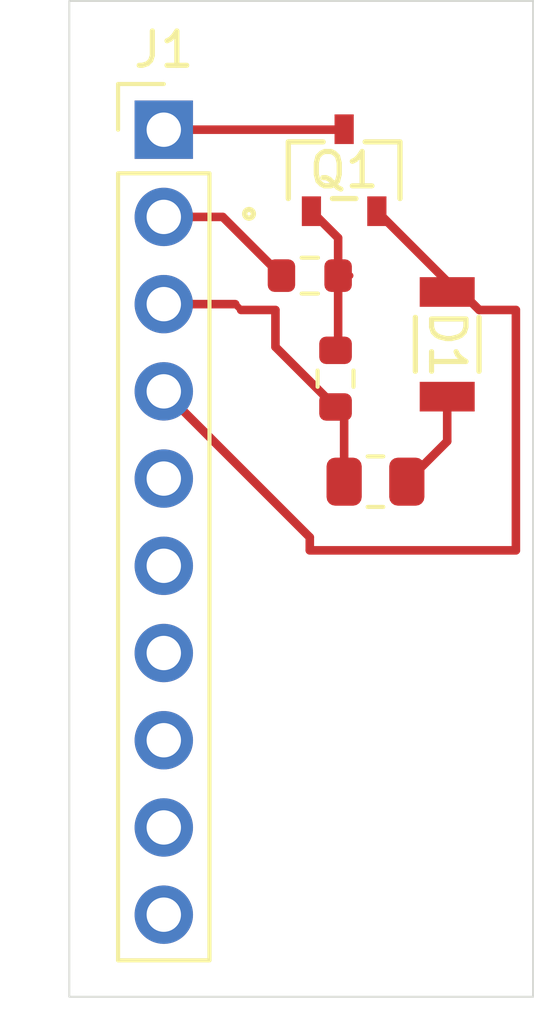
<source format=kicad_pcb>
(kicad_pcb (version 20240108) (generator "pcbnew") (generator_version "8.0")
  (layers (0 "F.Cu" signal) (31 "B.Cu" signal) (34 "B.Paste" user) (35 "F.Paste" user) (36 "B.SilkS" user "B.Silkscreen") (37 "F.SilkS" user "F.Silkscreen") (38 "B.Mask" user) (39 "F.Mask" user) (44 "Edge.Cuts" user))
  (net 0 "")
  (net 7 "5v+")
  (net 8 "VCU-Throttle-Latching")
  (net 9 "From-Safety-Loop")
  (net 10 "GND")
  (net 11 "From-Safety-Loop-2")
  (net 12 "uuhh")
  (footprint "Connector_PinHeader_2.54mm:PinHeader_1x10_P2.54mm_Vertical" (layer "F.Cu") (at 26.75 21.75)
    (property "Reference" "J1" (at 0 -2.33 0) (layer "F.SilkS"))
    (property "Value" "PH1-10-UA")
    (fp_line (start -1.33 -1.33) (end 0 -1.33) (stroke (width 0.12)) (layer "F.SilkS"))
    (fp_line (start -1.33 0) (end -1.33 -1.33) (stroke (width 0.12)) (layer "F.SilkS"))
    (fp_line (start -1.33 1.27) (end -1.33 24.19) (stroke (width 0.12)) (layer "F.SilkS"))
    (fp_line (start -1.33 1.27) (end 1.33 1.27) (stroke (width 0.12)) (layer "F.SilkS"))
    (fp_line (start -1.33 24.19) (end 1.33 24.19) (stroke (width 0.12)) (layer "F.SilkS"))
    (fp_line (start 1.33 1.27) (end 1.33 24.19) (stroke (width 0.12)) (layer "F.SilkS"))
    (pad "1" thru_hole rect (at 0 0) (size 1.7 1.7) (drill 1) (layers "*.Cu" "*.Mask") (net 7 "5v+"))
    (pad "2" thru_hole oval (at 0 2.54) (size 1.7 1.7) (drill 1) (layers "*.Cu" "*.Mask") (net 9 "From-Safety-Loop"))
    (pad "3" thru_hole oval (at 0 5.08) (size 1.7 1.7) (drill 1) (layers "*.Cu" "*.Mask") (net 10 "GND"))
    (pad "4" thru_hole oval (at 0 7.62) (size 1.7 1.7) (drill 1) (layers "*.Cu" "*.Mask") (net 8 "VCU-Throttle-Latching"))
    (pad "5" thru_hole oval (at 0 10.16) (size 1.7 1.7) (drill 1) (layers "*.Cu" "*.Mask"))
    (pad "6" thru_hole oval (at 0 12.7) (size 1.7 1.7) (drill 1) (layers "*.Cu" "*.Mask"))
    (pad "7" thru_hole oval (at 0 15.24) (size 1.7 1.7) (drill 1) (layers "*.Cu" "*.Mask"))
    (pad "8" thru_hole oval (at 0 17.78) (size 1.7 1.7) (drill 1) (layers "*.Cu" "*.Mask"))
    (pad "9" thru_hole oval (at 0 20.32) (size 1.7 1.7) (drill 1) (layers "*.Cu" "*.Mask"))
    (pad "10" thru_hole oval (at 0 22.86) (size 1.7 1.7) (drill 1) (layers "*.Cu" "*.Mask"))
  )
  (footprint "Resistor_SMD:R_0603_1608Metric" (layer "F.Cu") (at 31 26)
    (property "Reference" "R2" (hide yes))
    (property "Value" "10k")
    (fp_line (start -0.237258 -0.5225) (end 0.237258 -0.5225) (stroke (width 0.12)) (layer "F.SilkS"))
    (fp_line (start -0.237258 0.5225) (end 0.237258 0.5225) (stroke (width 0.12)) (layer "F.SilkS"))
    (pad "1" smd roundrect (at -0.825 0) (size 0.8 0.95) (layers "F.Cu" "F.Paste" "F.Mask") (net 9 "From-Safety-Loop"))
    (pad "2" smd roundrect (at 0.825 0) (size 0.8 0.95) (layers "F.Cu" "F.Paste" "F.Mask") (net 11 "From-Safety-Loop-2"))
  )
  (footprint "LED:LED_AP3216SYD_KNB" (layer "F.Cu") (at 35 28 -90)
    (property "Reference" "D1" (at 0 0 -90) (layer "F.SilkS"))
    (property "Value" "LED (Test)")
    (fp_line (start -0.78465 0.9271) (end 0.78465 0.9271) (stroke (width 0.1524)) (layer "F.SilkS"))
    (fp_line (start 0.78465 -0.9271) (end -0.78465 -0.9271) (stroke (width 0.1524)) (layer "F.SilkS"))
    (pad "1" smd rect (at -1.524 0 270) (size 0.8636 1.6002) (layers "F.Cu" "F.Paste" "F.Mask") (net 8 "VCU-Throttle-Latching"))
    (pad "2" smd rect (at 1.524 0 270) (size 0.8636 1.6002) (layers "F.Cu" "F.Paste" "F.Mask") (net 12 "uuhh"))
  )
  (footprint "Resistor_SMD:R_0805_2012Metric" (layer "F.Cu") (at 32.9125 32)
    (property "Reference" "R1" (hide yes))
    (property "Value" "150R")
    (fp_line (start -0.227064 -0.735) (end 0.227064 -0.735) (stroke (width 0.12)) (layer "F.SilkS"))
    (fp_line (start -0.227064 0.735) (end 0.227064 0.735) (stroke (width 0.12)) (layer "F.SilkS"))
    (pad "1" smd roundrect (at -0.9125 0) (size 1.025 1.4) (layers "F.Cu" "F.Paste" "F.Mask") (roundrect_rratio 0.243902) (net 10 "GND"))
    (pad "2" smd roundrect (at 0.9125 0) (size 1.025 1.4) (layers "F.Cu" "F.Paste" "F.Mask") (roundrect_rratio 0.243902) (net 12 "uuhh"))
  )
  (footprint "SOC:SOT23_INF" (layer "F.Cu") (at 32 22.93)
    (property "Reference" "Q1" (at 0 0 0) (layer "F.SilkS"))
    (property "Value" "AON6411")
    (fp_line (start -1.6256 -0.8255) (end -1.6256 0.8255) (stroke (width 0.1524)) (layer "F.SilkS"))
    (fp_line (start -0.61214 -0.8255) (end -1.6256 -0.8255) (stroke (width 0.1524)) (layer "F.SilkS"))
    (fp_line (start -0.34036 0.8255) (end 0.34036 0.8255) (stroke (width 0.1524)) (layer "F.SilkS"))
    (fp_line (start 1.6256 -0.8255) (end 0.61214 -0.8255) (stroke (width 0.1524)) (layer "F.SilkS"))
    (fp_line (start 1.6256 0.8255) (end 1.6256 -0.8255) (stroke (width 0.1524)) (layer "F.SilkS"))
    (fp_circle (center -2.7686 1.27) (end -2.6416 1.27) (stroke (width 0.1524)) (fill none) (layer "F.SilkS"))
    (pad "1" smd rect (at -0.9525 1.1938) (size 0.5588 0.8636) (layers "F.Cu" "F.Paste" "F.Mask") (net 11 "From-Safety-Loop-2"))
    (pad "2" smd rect (at 0.9525 1.1938) (size 0.5588 0.8636) (layers "F.Cu" "F.Paste" "F.Mask") (net 8 "VCU-Throttle-Latching"))
    (pad "3" smd rect (at 0 -1.1938) (size 0.5588 0.8636) (layers "F.Cu" "F.Paste" "F.Mask") (net 7 "5v+"))
  )
  (footprint "Resistor_SMD:R_0603_1608Metric" (layer "F.Cu") (at 31.75 29 90)
    (property "Reference" "R3" (hide yes))
    (property "Value" "10k")
    (fp_line (start -0.237258 -0.5225) (end 0.237258 -0.5225) (stroke (width 0.12)) (layer "F.SilkS"))
    (fp_line (start -0.237258 0.5225) (end 0.237258 0.5225) (stroke (width 0.12)) (layer "F.SilkS"))
    (pad "1" smd roundrect (at -0.825 0 90) (size 0.8 0.95) (layers "F.Cu" "F.Paste" "F.Mask") (net 10 "GND"))
    (pad "2" smd roundrect (at 0.825 0 90) (size 0.8 0.95) (layers "F.Cu" "F.Paste" "F.Mask") (net 11 "From-Safety-Loop-2"))
  )
  (gr_rect (start 24 18) (end 37.5 47) (stroke (width 0.054)) (fill none) (layer "Edge.Cuts"))
  (segment (start 31.9862 21.75) (end 32 21.7362) (width 0.2) (layer "F.Cu") (net 7))
  (segment (start 26.7638 21.7362) (end 26.75 21.75) (width 0.2) (layer "F.Cu") (net 7))
  (segment (start 26.75 21.75) (end 31.9862 21.75) (width 0.25) (layer "F.Cu") (net 7))
  (segment (start 31 33.62) (end 26.75 29.37) (width 0.25) (layer "F.Cu") (net 8))
  (segment (start 35 26.476) (end 35.408122 26.476) (width 0.2) (layer "F.Cu") (net 8))
  (segment (start 31 34) (end 31 33.62) (width 0.25) (layer "F.Cu") (net 8))
  (segment (start 32.9525 24.1238) (end 35 26.1713) (width 0.25) (layer "F.Cu") (net 8))
  (segment (start 35.408122 26.476) (end 35.932122 27) (width 0.25) (layer "F.Cu") (net 8))
  (segment (start 35 26.1713) (end 35 26.476) (width 0.2) (layer "F.Cu") (net 8))
  (segment (start 37 27) (end 37 34) (width 0.25) (layer "F.Cu") (net 8))
  (segment (start 37 34) (end 31 34) (width 0.25) (layer "F.Cu") (net 8))
  (segment (start 35.932122 27) (end 37 27) (width 0.25) (layer "F.Cu") (net 8))
  (segment (start 28.465 24.29) (end 30.175 26) (width 0.25) (layer "F.Cu") (net 9))
  (segment (start 26.75 24.29) (end 28.465 24.29) (width 0.25) (layer "F.Cu") (net 9))
  (segment (start 31.75 29.825) (end 30 28.075) (width 0.25) (layer "F.Cu") (net 10))
  (segment (start 32 32) (end 32 30.075) (width 0.25) (layer "F.Cu") (net 10))
  (segment (start 32 30.075) (end 31.75 29.825) (width 0.2) (layer "F.Cu") (net 10))
  (segment (start 30 27) (end 29 27) (width 0.25) (layer "F.Cu") (net 10))
  (segment (start 28.83 26.83) (end 26.75 26.83) (width 0.25) (layer "F.Cu") (net 10))
  (segment (start 30 28.075) (end 30 27) (width 0.25) (layer "F.Cu") (net 10))
  (segment (start 29 27) (end 28.83 26.83) (width 0.2) (layer "F.Cu") (net 10))
  (segment (start 31.825 24.9013) (end 31.0475 24.1238) (width 0.25) (layer "F.Cu") (net 11))
  (segment (start 31.825 28.1) (end 31.75 28.175) (width 0.2) (layer "F.Cu") (net 11))
  (segment (start 31.825 26) (end 31.825 24.9013) (width 0.25) (layer "F.Cu") (net 11))
  (segment (start 31.825 26) (end 31.825 28.1) (width 0.25) (layer "F.Cu") (net 11))
  (segment (start 31.825 26) (end 32.1713 26) (width 0.2) (layer "F.Cu") (net 11))
  (segment (start 35 29.524) (end 35 30.825) (width 0.25) (layer "F.Cu") (net 12))
  (segment (start 35 30.825) (end 33.825 32) (width 0.25) (layer "F.Cu") (net 12))
  (segment (start 34 31.825) (end 34.175 32) (width 0.2) (layer "F.Cu") (net 12))
)
</source>
